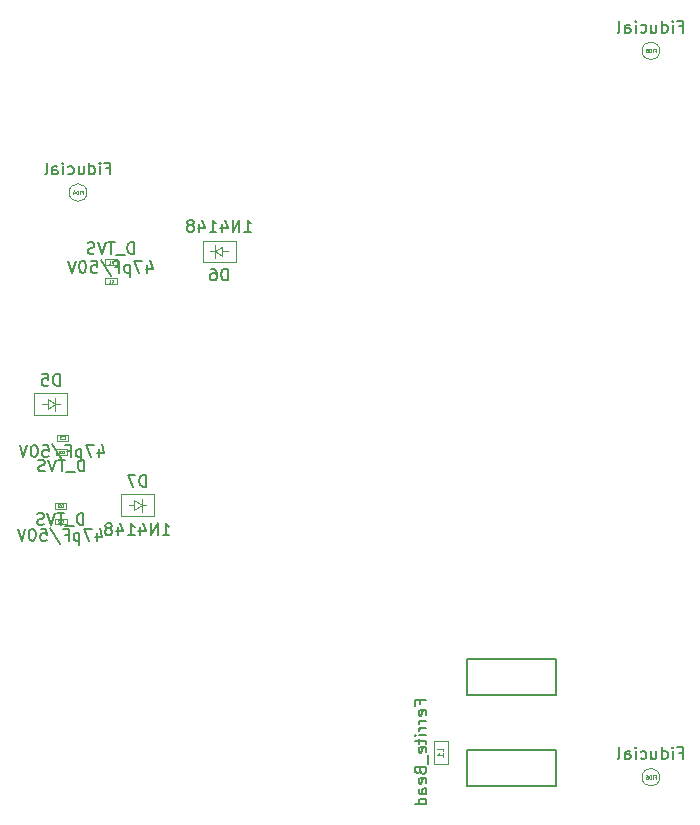
<source format=gbr>
G04 #@! TF.GenerationSoftware,KiCad,Pcbnew,5.1.6+dfsg1-1~bpo10+1*
G04 #@! TF.CreationDate,2021-03-28T20:23:35-04:00*
G04 #@! TF.ProjectId,RUSP_Daughterboard,52555350-5f44-4617-9567-68746572626f,rev?*
G04 #@! TF.SameCoordinates,Original*
G04 #@! TF.FileFunction,Other,Fab,Bot*
%FSLAX46Y46*%
G04 Gerber Fmt 4.6, Leading zero omitted, Abs format (unit mm)*
G04 Created by KiCad (PCBNEW 5.1.6+dfsg1-1~bpo10+1) date 2021-03-28 20:23:35*
%MOMM*%
%LPD*%
G01*
G04 APERTURE LIST*
%ADD10C,0.100000*%
%ADD11C,0.150000*%
%ADD12C,0.040000*%
%ADD13C,0.050000*%
%ADD14C,0.080000*%
G04 APERTURE END LIST*
D10*
X129800000Y-93750000D02*
X128800000Y-93750000D01*
X129800000Y-94250000D02*
X129800000Y-93750000D01*
X128800000Y-94250000D02*
X129800000Y-94250000D01*
X128800000Y-93750000D02*
X128800000Y-94250000D01*
X124525000Y-114600000D02*
X125525000Y-114600000D01*
X124525000Y-114100000D02*
X124525000Y-114600000D01*
X125525000Y-114100000D02*
X124525000Y-114100000D01*
X125525000Y-114600000D02*
X125525000Y-114100000D01*
X125690000Y-107500000D02*
X125690000Y-107000000D01*
X125690000Y-107000000D02*
X124690000Y-107000000D01*
X124690000Y-107000000D02*
X124690000Y-107500000D01*
X124690000Y-107500000D02*
X125690000Y-107500000D01*
X129800000Y-92150000D02*
X128800000Y-92150000D01*
X129800000Y-92650000D02*
X129800000Y-92150000D01*
X128800000Y-92650000D02*
X129800000Y-92650000D01*
X128800000Y-92150000D02*
X128800000Y-92650000D01*
X125515000Y-113275000D02*
X125515000Y-112775000D01*
X125515000Y-112775000D02*
X124515000Y-112775000D01*
X124515000Y-112775000D02*
X124515000Y-113275000D01*
X124515000Y-113275000D02*
X125515000Y-113275000D01*
X124600000Y-108725000D02*
X125600000Y-108725000D01*
X124600000Y-108225000D02*
X124600000Y-108725000D01*
X125600000Y-108225000D02*
X124600000Y-108225000D01*
X125600000Y-108725000D02*
X125600000Y-108225000D01*
X123950000Y-104400000D02*
X123450000Y-104400000D01*
X123950000Y-104800000D02*
X124550000Y-104400000D01*
X123950000Y-104000000D02*
X123950000Y-104800000D01*
X124550000Y-104400000D02*
X123950000Y-104000000D01*
X124550000Y-104400000D02*
X124550000Y-104950000D01*
X124550000Y-104400000D02*
X124550000Y-103850000D01*
X124950000Y-104400000D02*
X124550000Y-104400000D01*
X125600000Y-105300000D02*
X125600000Y-103500000D01*
X122800000Y-105300000D02*
X125600000Y-105300000D01*
X122800000Y-103500000D02*
X122800000Y-105300000D01*
X125600000Y-103500000D02*
X122800000Y-103500000D01*
X127250000Y-86500000D02*
G75*
G03*
X127250000Y-86500000I-750000J0D01*
G01*
X175750000Y-74500000D02*
G75*
G03*
X175750000Y-74500000I-750000J0D01*
G01*
X175750000Y-136000000D02*
G75*
G03*
X175750000Y-136000000I-750000J0D01*
G01*
D11*
X159450000Y-126000000D02*
X159450000Y-129000000D01*
X166950000Y-126000000D02*
X159450000Y-126000000D01*
X166950000Y-129000000D02*
X166950000Y-126000000D01*
X159450000Y-129000000D02*
X166950000Y-129000000D01*
X159450000Y-136700000D02*
X166950000Y-136700000D01*
X166950000Y-136700000D02*
X166950000Y-133700000D01*
X166950000Y-133700000D02*
X159450000Y-133700000D01*
X159450000Y-133700000D02*
X159450000Y-136700000D01*
D10*
X156600000Y-134900000D02*
X157800000Y-134900000D01*
X157800000Y-134900000D02*
X157800000Y-132900000D01*
X157800000Y-132900000D02*
X156600000Y-132900000D01*
X156600000Y-132900000D02*
X156600000Y-134900000D01*
X137050000Y-92375000D02*
X139850000Y-92375000D01*
X139850000Y-92375000D02*
X139850000Y-90575000D01*
X139850000Y-90575000D02*
X137050000Y-90575000D01*
X137050000Y-90575000D02*
X137050000Y-92375000D01*
X137700000Y-91475000D02*
X138100000Y-91475000D01*
X138100000Y-91475000D02*
X138100000Y-92025000D01*
X138100000Y-91475000D02*
X138100000Y-90925000D01*
X138100000Y-91475000D02*
X138700000Y-91875000D01*
X138700000Y-91875000D02*
X138700000Y-91075000D01*
X138700000Y-91075000D02*
X138100000Y-91475000D01*
X138700000Y-91475000D02*
X139200000Y-91475000D01*
X131275000Y-112950000D02*
X130775000Y-112950000D01*
X131275000Y-113350000D02*
X131875000Y-112950000D01*
X131275000Y-112550000D02*
X131275000Y-113350000D01*
X131875000Y-112950000D02*
X131275000Y-112550000D01*
X131875000Y-112950000D02*
X131875000Y-113500000D01*
X131875000Y-112950000D02*
X131875000Y-112400000D01*
X132275000Y-112950000D02*
X131875000Y-112950000D01*
X132925000Y-113850000D02*
X132925000Y-112050000D01*
X130125000Y-113850000D02*
X132925000Y-113850000D01*
X130125000Y-112050000D02*
X130125000Y-113850000D01*
X132925000Y-112050000D02*
X130125000Y-112050000D01*
D11*
X132371428Y-92615714D02*
X132371428Y-93282380D01*
X132609523Y-92234761D02*
X132847619Y-92949047D01*
X132228571Y-92949047D01*
X131942857Y-92282380D02*
X131276190Y-92282380D01*
X131704761Y-93282380D01*
X130895238Y-92615714D02*
X130895238Y-93615714D01*
X130895238Y-92663333D02*
X130800000Y-92615714D01*
X130609523Y-92615714D01*
X130514285Y-92663333D01*
X130466666Y-92710952D01*
X130419047Y-92806190D01*
X130419047Y-93091904D01*
X130466666Y-93187142D01*
X130514285Y-93234761D01*
X130609523Y-93282380D01*
X130800000Y-93282380D01*
X130895238Y-93234761D01*
X129657142Y-92758571D02*
X129990476Y-92758571D01*
X129990476Y-93282380D02*
X129990476Y-92282380D01*
X129514285Y-92282380D01*
X128419047Y-92234761D02*
X129276190Y-93520476D01*
X127609523Y-92282380D02*
X128085714Y-92282380D01*
X128133333Y-92758571D01*
X128085714Y-92710952D01*
X127990476Y-92663333D01*
X127752380Y-92663333D01*
X127657142Y-92710952D01*
X127609523Y-92758571D01*
X127561904Y-92853809D01*
X127561904Y-93091904D01*
X127609523Y-93187142D01*
X127657142Y-93234761D01*
X127752380Y-93282380D01*
X127990476Y-93282380D01*
X128085714Y-93234761D01*
X128133333Y-93187142D01*
X126942857Y-92282380D02*
X126847619Y-92282380D01*
X126752380Y-92330000D01*
X126704761Y-92377619D01*
X126657142Y-92472857D01*
X126609523Y-92663333D01*
X126609523Y-92901428D01*
X126657142Y-93091904D01*
X126704761Y-93187142D01*
X126752380Y-93234761D01*
X126847619Y-93282380D01*
X126942857Y-93282380D01*
X127038095Y-93234761D01*
X127085714Y-93187142D01*
X127133333Y-93091904D01*
X127180952Y-92901428D01*
X127180952Y-92663333D01*
X127133333Y-92472857D01*
X127085714Y-92377619D01*
X127038095Y-92330000D01*
X126942857Y-92282380D01*
X126323809Y-92282380D02*
X125990476Y-93282380D01*
X125657142Y-92282380D01*
D12*
X129341666Y-94089285D02*
X129353571Y-94101190D01*
X129389285Y-94113095D01*
X129413095Y-94113095D01*
X129448809Y-94101190D01*
X129472619Y-94077380D01*
X129484523Y-94053571D01*
X129496428Y-94005952D01*
X129496428Y-93970238D01*
X129484523Y-93922619D01*
X129472619Y-93898809D01*
X129448809Y-93875000D01*
X129413095Y-93863095D01*
X129389285Y-93863095D01*
X129353571Y-93875000D01*
X129341666Y-93886904D01*
X129103571Y-94113095D02*
X129246428Y-94113095D01*
X129175000Y-94113095D02*
X129175000Y-93863095D01*
X129198809Y-93898809D01*
X129222619Y-93922619D01*
X129246428Y-93934523D01*
D11*
X128096428Y-115305714D02*
X128096428Y-115972380D01*
X128334523Y-114924761D02*
X128572619Y-115639047D01*
X127953571Y-115639047D01*
X127667857Y-114972380D02*
X127001190Y-114972380D01*
X127429761Y-115972380D01*
X126620238Y-115305714D02*
X126620238Y-116305714D01*
X126620238Y-115353333D02*
X126525000Y-115305714D01*
X126334523Y-115305714D01*
X126239285Y-115353333D01*
X126191666Y-115400952D01*
X126144047Y-115496190D01*
X126144047Y-115781904D01*
X126191666Y-115877142D01*
X126239285Y-115924761D01*
X126334523Y-115972380D01*
X126525000Y-115972380D01*
X126620238Y-115924761D01*
X125382142Y-115448571D02*
X125715476Y-115448571D01*
X125715476Y-115972380D02*
X125715476Y-114972380D01*
X125239285Y-114972380D01*
X124144047Y-114924761D02*
X125001190Y-116210476D01*
X123334523Y-114972380D02*
X123810714Y-114972380D01*
X123858333Y-115448571D01*
X123810714Y-115400952D01*
X123715476Y-115353333D01*
X123477380Y-115353333D01*
X123382142Y-115400952D01*
X123334523Y-115448571D01*
X123286904Y-115543809D01*
X123286904Y-115781904D01*
X123334523Y-115877142D01*
X123382142Y-115924761D01*
X123477380Y-115972380D01*
X123715476Y-115972380D01*
X123810714Y-115924761D01*
X123858333Y-115877142D01*
X122667857Y-114972380D02*
X122572619Y-114972380D01*
X122477380Y-115020000D01*
X122429761Y-115067619D01*
X122382142Y-115162857D01*
X122334523Y-115353333D01*
X122334523Y-115591428D01*
X122382142Y-115781904D01*
X122429761Y-115877142D01*
X122477380Y-115924761D01*
X122572619Y-115972380D01*
X122667857Y-115972380D01*
X122763095Y-115924761D01*
X122810714Y-115877142D01*
X122858333Y-115781904D01*
X122905952Y-115591428D01*
X122905952Y-115353333D01*
X122858333Y-115162857D01*
X122810714Y-115067619D01*
X122763095Y-115020000D01*
X122667857Y-114972380D01*
X122048809Y-114972380D02*
X121715476Y-115972380D01*
X121382142Y-114972380D01*
D12*
X125066666Y-114439285D02*
X125078571Y-114451190D01*
X125114285Y-114463095D01*
X125138095Y-114463095D01*
X125173809Y-114451190D01*
X125197619Y-114427380D01*
X125209523Y-114403571D01*
X125221428Y-114355952D01*
X125221428Y-114320238D01*
X125209523Y-114272619D01*
X125197619Y-114248809D01*
X125173809Y-114225000D01*
X125138095Y-114213095D01*
X125114285Y-114213095D01*
X125078571Y-114225000D01*
X125066666Y-114236904D01*
X124971428Y-114236904D02*
X124959523Y-114225000D01*
X124935714Y-114213095D01*
X124876190Y-114213095D01*
X124852380Y-114225000D01*
X124840476Y-114236904D01*
X124828571Y-114260714D01*
X124828571Y-114284523D01*
X124840476Y-114320238D01*
X124983333Y-114463095D01*
X124828571Y-114463095D01*
D11*
X128261428Y-108205714D02*
X128261428Y-108872380D01*
X128499523Y-107824761D02*
X128737619Y-108539047D01*
X128118571Y-108539047D01*
X127832857Y-107872380D02*
X127166190Y-107872380D01*
X127594761Y-108872380D01*
X126785238Y-108205714D02*
X126785238Y-109205714D01*
X126785238Y-108253333D02*
X126690000Y-108205714D01*
X126499523Y-108205714D01*
X126404285Y-108253333D01*
X126356666Y-108300952D01*
X126309047Y-108396190D01*
X126309047Y-108681904D01*
X126356666Y-108777142D01*
X126404285Y-108824761D01*
X126499523Y-108872380D01*
X126690000Y-108872380D01*
X126785238Y-108824761D01*
X125547142Y-108348571D02*
X125880476Y-108348571D01*
X125880476Y-108872380D02*
X125880476Y-107872380D01*
X125404285Y-107872380D01*
X124309047Y-107824761D02*
X125166190Y-109110476D01*
X123499523Y-107872380D02*
X123975714Y-107872380D01*
X124023333Y-108348571D01*
X123975714Y-108300952D01*
X123880476Y-108253333D01*
X123642380Y-108253333D01*
X123547142Y-108300952D01*
X123499523Y-108348571D01*
X123451904Y-108443809D01*
X123451904Y-108681904D01*
X123499523Y-108777142D01*
X123547142Y-108824761D01*
X123642380Y-108872380D01*
X123880476Y-108872380D01*
X123975714Y-108824761D01*
X124023333Y-108777142D01*
X122832857Y-107872380D02*
X122737619Y-107872380D01*
X122642380Y-107920000D01*
X122594761Y-107967619D01*
X122547142Y-108062857D01*
X122499523Y-108253333D01*
X122499523Y-108491428D01*
X122547142Y-108681904D01*
X122594761Y-108777142D01*
X122642380Y-108824761D01*
X122737619Y-108872380D01*
X122832857Y-108872380D01*
X122928095Y-108824761D01*
X122975714Y-108777142D01*
X123023333Y-108681904D01*
X123070952Y-108491428D01*
X123070952Y-108253333D01*
X123023333Y-108062857D01*
X122975714Y-107967619D01*
X122928095Y-107920000D01*
X122832857Y-107872380D01*
X122213809Y-107872380D02*
X121880476Y-108872380D01*
X121547142Y-107872380D01*
D12*
X125231666Y-107339285D02*
X125243571Y-107351190D01*
X125279285Y-107363095D01*
X125303095Y-107363095D01*
X125338809Y-107351190D01*
X125362619Y-107327380D01*
X125374523Y-107303571D01*
X125386428Y-107255952D01*
X125386428Y-107220238D01*
X125374523Y-107172619D01*
X125362619Y-107148809D01*
X125338809Y-107125000D01*
X125303095Y-107113095D01*
X125279285Y-107113095D01*
X125243571Y-107125000D01*
X125231666Y-107136904D01*
X125148333Y-107113095D02*
X124993571Y-107113095D01*
X125076904Y-107208333D01*
X125041190Y-107208333D01*
X125017380Y-107220238D01*
X125005476Y-107232142D01*
X124993571Y-107255952D01*
X124993571Y-107315476D01*
X125005476Y-107339285D01*
X125017380Y-107351190D01*
X125041190Y-107363095D01*
X125112619Y-107363095D01*
X125136428Y-107351190D01*
X125148333Y-107339285D01*
D11*
X131228571Y-91682380D02*
X131228571Y-90682380D01*
X130990476Y-90682380D01*
X130847619Y-90730000D01*
X130752380Y-90825238D01*
X130704761Y-90920476D01*
X130657142Y-91110952D01*
X130657142Y-91253809D01*
X130704761Y-91444285D01*
X130752380Y-91539523D01*
X130847619Y-91634761D01*
X130990476Y-91682380D01*
X131228571Y-91682380D01*
X130466666Y-91777619D02*
X129704761Y-91777619D01*
X129609523Y-90682380D02*
X129038095Y-90682380D01*
X129323809Y-91682380D02*
X129323809Y-90682380D01*
X128847619Y-90682380D02*
X128514285Y-91682380D01*
X128180952Y-90682380D01*
X127895238Y-91634761D02*
X127752380Y-91682380D01*
X127514285Y-91682380D01*
X127419047Y-91634761D01*
X127371428Y-91587142D01*
X127323809Y-91491904D01*
X127323809Y-91396666D01*
X127371428Y-91301428D01*
X127419047Y-91253809D01*
X127514285Y-91206190D01*
X127704761Y-91158571D01*
X127800000Y-91110952D01*
X127847619Y-91063333D01*
X127895238Y-90968095D01*
X127895238Y-90872857D01*
X127847619Y-90777619D01*
X127800000Y-90730000D01*
X127704761Y-90682380D01*
X127466666Y-90682380D01*
X127323809Y-90730000D01*
D12*
X129484523Y-92513095D02*
X129484523Y-92263095D01*
X129425000Y-92263095D01*
X129389285Y-92275000D01*
X129365476Y-92298809D01*
X129353571Y-92322619D01*
X129341666Y-92370238D01*
X129341666Y-92405952D01*
X129353571Y-92453571D01*
X129365476Y-92477380D01*
X129389285Y-92501190D01*
X129425000Y-92513095D01*
X129484523Y-92513095D01*
X129103571Y-92513095D02*
X129246428Y-92513095D01*
X129175000Y-92513095D02*
X129175000Y-92263095D01*
X129198809Y-92298809D01*
X129222619Y-92322619D01*
X129246428Y-92334523D01*
D11*
X126943571Y-114647380D02*
X126943571Y-113647380D01*
X126705476Y-113647380D01*
X126562619Y-113695000D01*
X126467380Y-113790238D01*
X126419761Y-113885476D01*
X126372142Y-114075952D01*
X126372142Y-114218809D01*
X126419761Y-114409285D01*
X126467380Y-114504523D01*
X126562619Y-114599761D01*
X126705476Y-114647380D01*
X126943571Y-114647380D01*
X126181666Y-114742619D02*
X125419761Y-114742619D01*
X125324523Y-113647380D02*
X124753095Y-113647380D01*
X125038809Y-114647380D02*
X125038809Y-113647380D01*
X124562619Y-113647380D02*
X124229285Y-114647380D01*
X123895952Y-113647380D01*
X123610238Y-114599761D02*
X123467380Y-114647380D01*
X123229285Y-114647380D01*
X123134047Y-114599761D01*
X123086428Y-114552142D01*
X123038809Y-114456904D01*
X123038809Y-114361666D01*
X123086428Y-114266428D01*
X123134047Y-114218809D01*
X123229285Y-114171190D01*
X123419761Y-114123571D01*
X123515000Y-114075952D01*
X123562619Y-114028333D01*
X123610238Y-113933095D01*
X123610238Y-113837857D01*
X123562619Y-113742619D01*
X123515000Y-113695000D01*
X123419761Y-113647380D01*
X123181666Y-113647380D01*
X123038809Y-113695000D01*
D12*
X125199523Y-113138095D02*
X125199523Y-112888095D01*
X125140000Y-112888095D01*
X125104285Y-112900000D01*
X125080476Y-112923809D01*
X125068571Y-112947619D01*
X125056666Y-112995238D01*
X125056666Y-113030952D01*
X125068571Y-113078571D01*
X125080476Y-113102380D01*
X125104285Y-113126190D01*
X125140000Y-113138095D01*
X125199523Y-113138095D01*
X124961428Y-112911904D02*
X124949523Y-112900000D01*
X124925714Y-112888095D01*
X124866190Y-112888095D01*
X124842380Y-112900000D01*
X124830476Y-112911904D01*
X124818571Y-112935714D01*
X124818571Y-112959523D01*
X124830476Y-112995238D01*
X124973333Y-113138095D01*
X124818571Y-113138095D01*
D11*
X127028571Y-110097380D02*
X127028571Y-109097380D01*
X126790476Y-109097380D01*
X126647619Y-109145000D01*
X126552380Y-109240238D01*
X126504761Y-109335476D01*
X126457142Y-109525952D01*
X126457142Y-109668809D01*
X126504761Y-109859285D01*
X126552380Y-109954523D01*
X126647619Y-110049761D01*
X126790476Y-110097380D01*
X127028571Y-110097380D01*
X126266666Y-110192619D02*
X125504761Y-110192619D01*
X125409523Y-109097380D02*
X124838095Y-109097380D01*
X125123809Y-110097380D02*
X125123809Y-109097380D01*
X124647619Y-109097380D02*
X124314285Y-110097380D01*
X123980952Y-109097380D01*
X123695238Y-110049761D02*
X123552380Y-110097380D01*
X123314285Y-110097380D01*
X123219047Y-110049761D01*
X123171428Y-110002142D01*
X123123809Y-109906904D01*
X123123809Y-109811666D01*
X123171428Y-109716428D01*
X123219047Y-109668809D01*
X123314285Y-109621190D01*
X123504761Y-109573571D01*
X123600000Y-109525952D01*
X123647619Y-109478333D01*
X123695238Y-109383095D01*
X123695238Y-109287857D01*
X123647619Y-109192619D01*
X123600000Y-109145000D01*
X123504761Y-109097380D01*
X123266666Y-109097380D01*
X123123809Y-109145000D01*
D12*
X125284523Y-108588095D02*
X125284523Y-108338095D01*
X125225000Y-108338095D01*
X125189285Y-108350000D01*
X125165476Y-108373809D01*
X125153571Y-108397619D01*
X125141666Y-108445238D01*
X125141666Y-108480952D01*
X125153571Y-108528571D01*
X125165476Y-108552380D01*
X125189285Y-108576190D01*
X125225000Y-108588095D01*
X125284523Y-108588095D01*
X125058333Y-108338095D02*
X124903571Y-108338095D01*
X124986904Y-108433333D01*
X124951190Y-108433333D01*
X124927380Y-108445238D01*
X124915476Y-108457142D01*
X124903571Y-108480952D01*
X124903571Y-108540476D01*
X124915476Y-108564285D01*
X124927380Y-108576190D01*
X124951190Y-108588095D01*
X125022619Y-108588095D01*
X125046428Y-108576190D01*
X125058333Y-108564285D01*
D11*
X124938095Y-102852380D02*
X124938095Y-101852380D01*
X124700000Y-101852380D01*
X124557142Y-101900000D01*
X124461904Y-101995238D01*
X124414285Y-102090476D01*
X124366666Y-102280952D01*
X124366666Y-102423809D01*
X124414285Y-102614285D01*
X124461904Y-102709523D01*
X124557142Y-102804761D01*
X124700000Y-102852380D01*
X124938095Y-102852380D01*
X123461904Y-101852380D02*
X123938095Y-101852380D01*
X123985714Y-102328571D01*
X123938095Y-102280952D01*
X123842857Y-102233333D01*
X123604761Y-102233333D01*
X123509523Y-102280952D01*
X123461904Y-102328571D01*
X123414285Y-102423809D01*
X123414285Y-102661904D01*
X123461904Y-102757142D01*
X123509523Y-102804761D01*
X123604761Y-102852380D01*
X123842857Y-102852380D01*
X123938095Y-102804761D01*
X123985714Y-102757142D01*
X128880952Y-84428571D02*
X129214285Y-84428571D01*
X129214285Y-84952380D02*
X129214285Y-83952380D01*
X128738095Y-83952380D01*
X128357142Y-84952380D02*
X128357142Y-84285714D01*
X128357142Y-83952380D02*
X128404761Y-84000000D01*
X128357142Y-84047619D01*
X128309523Y-84000000D01*
X128357142Y-83952380D01*
X128357142Y-84047619D01*
X127452380Y-84952380D02*
X127452380Y-83952380D01*
X127452380Y-84904761D02*
X127547619Y-84952380D01*
X127738095Y-84952380D01*
X127833333Y-84904761D01*
X127880952Y-84857142D01*
X127928571Y-84761904D01*
X127928571Y-84476190D01*
X127880952Y-84380952D01*
X127833333Y-84333333D01*
X127738095Y-84285714D01*
X127547619Y-84285714D01*
X127452380Y-84333333D01*
X126547619Y-84285714D02*
X126547619Y-84952380D01*
X126976190Y-84285714D02*
X126976190Y-84809523D01*
X126928571Y-84904761D01*
X126833333Y-84952380D01*
X126690476Y-84952380D01*
X126595238Y-84904761D01*
X126547619Y-84857142D01*
X125642857Y-84904761D02*
X125738095Y-84952380D01*
X125928571Y-84952380D01*
X126023809Y-84904761D01*
X126071428Y-84857142D01*
X126119047Y-84761904D01*
X126119047Y-84476190D01*
X126071428Y-84380952D01*
X126023809Y-84333333D01*
X125928571Y-84285714D01*
X125738095Y-84285714D01*
X125642857Y-84333333D01*
X125214285Y-84952380D02*
X125214285Y-84285714D01*
X125214285Y-83952380D02*
X125261904Y-84000000D01*
X125214285Y-84047619D01*
X125166666Y-84000000D01*
X125214285Y-83952380D01*
X125214285Y-84047619D01*
X124309523Y-84952380D02*
X124309523Y-84428571D01*
X124357142Y-84333333D01*
X124452380Y-84285714D01*
X124642857Y-84285714D01*
X124738095Y-84333333D01*
X124309523Y-84904761D02*
X124404761Y-84952380D01*
X124642857Y-84952380D01*
X124738095Y-84904761D01*
X124785714Y-84809523D01*
X124785714Y-84714285D01*
X124738095Y-84619047D01*
X124642857Y-84571428D01*
X124404761Y-84571428D01*
X124309523Y-84523809D01*
X123690476Y-84952380D02*
X123785714Y-84904761D01*
X123833333Y-84809523D01*
X123833333Y-83952380D01*
D13*
X126821428Y-86478571D02*
X126921428Y-86478571D01*
X126921428Y-86635714D02*
X126921428Y-86335714D01*
X126778571Y-86335714D01*
X126664285Y-86635714D02*
X126664285Y-86335714D01*
X126521428Y-86635714D02*
X126521428Y-86335714D01*
X126450000Y-86335714D01*
X126407142Y-86350000D01*
X126378571Y-86378571D01*
X126364285Y-86407142D01*
X126350000Y-86464285D01*
X126350000Y-86507142D01*
X126364285Y-86564285D01*
X126378571Y-86592857D01*
X126407142Y-86621428D01*
X126450000Y-86635714D01*
X126521428Y-86635714D01*
X126092857Y-86435714D02*
X126092857Y-86635714D01*
X126164285Y-86321428D02*
X126235714Y-86535714D01*
X126050000Y-86535714D01*
D11*
X177380952Y-72428571D02*
X177714285Y-72428571D01*
X177714285Y-72952380D02*
X177714285Y-71952380D01*
X177238095Y-71952380D01*
X176857142Y-72952380D02*
X176857142Y-72285714D01*
X176857142Y-71952380D02*
X176904761Y-72000000D01*
X176857142Y-72047619D01*
X176809523Y-72000000D01*
X176857142Y-71952380D01*
X176857142Y-72047619D01*
X175952380Y-72952380D02*
X175952380Y-71952380D01*
X175952380Y-72904761D02*
X176047619Y-72952380D01*
X176238095Y-72952380D01*
X176333333Y-72904761D01*
X176380952Y-72857142D01*
X176428571Y-72761904D01*
X176428571Y-72476190D01*
X176380952Y-72380952D01*
X176333333Y-72333333D01*
X176238095Y-72285714D01*
X176047619Y-72285714D01*
X175952380Y-72333333D01*
X175047619Y-72285714D02*
X175047619Y-72952380D01*
X175476190Y-72285714D02*
X175476190Y-72809523D01*
X175428571Y-72904761D01*
X175333333Y-72952380D01*
X175190476Y-72952380D01*
X175095238Y-72904761D01*
X175047619Y-72857142D01*
X174142857Y-72904761D02*
X174238095Y-72952380D01*
X174428571Y-72952380D01*
X174523809Y-72904761D01*
X174571428Y-72857142D01*
X174619047Y-72761904D01*
X174619047Y-72476190D01*
X174571428Y-72380952D01*
X174523809Y-72333333D01*
X174428571Y-72285714D01*
X174238095Y-72285714D01*
X174142857Y-72333333D01*
X173714285Y-72952380D02*
X173714285Y-72285714D01*
X173714285Y-71952380D02*
X173761904Y-72000000D01*
X173714285Y-72047619D01*
X173666666Y-72000000D01*
X173714285Y-71952380D01*
X173714285Y-72047619D01*
X172809523Y-72952380D02*
X172809523Y-72428571D01*
X172857142Y-72333333D01*
X172952380Y-72285714D01*
X173142857Y-72285714D01*
X173238095Y-72333333D01*
X172809523Y-72904761D02*
X172904761Y-72952380D01*
X173142857Y-72952380D01*
X173238095Y-72904761D01*
X173285714Y-72809523D01*
X173285714Y-72714285D01*
X173238095Y-72619047D01*
X173142857Y-72571428D01*
X172904761Y-72571428D01*
X172809523Y-72523809D01*
X172190476Y-72952380D02*
X172285714Y-72904761D01*
X172333333Y-72809523D01*
X172333333Y-71952380D01*
D13*
X175321428Y-74478571D02*
X175421428Y-74478571D01*
X175421428Y-74635714D02*
X175421428Y-74335714D01*
X175278571Y-74335714D01*
X175164285Y-74635714D02*
X175164285Y-74335714D01*
X175021428Y-74635714D02*
X175021428Y-74335714D01*
X174950000Y-74335714D01*
X174907142Y-74350000D01*
X174878571Y-74378571D01*
X174864285Y-74407142D01*
X174850000Y-74464285D01*
X174850000Y-74507142D01*
X174864285Y-74564285D01*
X174878571Y-74592857D01*
X174907142Y-74621428D01*
X174950000Y-74635714D01*
X175021428Y-74635714D01*
X174578571Y-74335714D02*
X174721428Y-74335714D01*
X174735714Y-74478571D01*
X174721428Y-74464285D01*
X174692857Y-74450000D01*
X174621428Y-74450000D01*
X174592857Y-74464285D01*
X174578571Y-74478571D01*
X174564285Y-74507142D01*
X174564285Y-74578571D01*
X174578571Y-74607142D01*
X174592857Y-74621428D01*
X174621428Y-74635714D01*
X174692857Y-74635714D01*
X174721428Y-74621428D01*
X174735714Y-74607142D01*
D11*
X177380952Y-133928571D02*
X177714285Y-133928571D01*
X177714285Y-134452380D02*
X177714285Y-133452380D01*
X177238095Y-133452380D01*
X176857142Y-134452380D02*
X176857142Y-133785714D01*
X176857142Y-133452380D02*
X176904761Y-133500000D01*
X176857142Y-133547619D01*
X176809523Y-133500000D01*
X176857142Y-133452380D01*
X176857142Y-133547619D01*
X175952380Y-134452380D02*
X175952380Y-133452380D01*
X175952380Y-134404761D02*
X176047619Y-134452380D01*
X176238095Y-134452380D01*
X176333333Y-134404761D01*
X176380952Y-134357142D01*
X176428571Y-134261904D01*
X176428571Y-133976190D01*
X176380952Y-133880952D01*
X176333333Y-133833333D01*
X176238095Y-133785714D01*
X176047619Y-133785714D01*
X175952380Y-133833333D01*
X175047619Y-133785714D02*
X175047619Y-134452380D01*
X175476190Y-133785714D02*
X175476190Y-134309523D01*
X175428571Y-134404761D01*
X175333333Y-134452380D01*
X175190476Y-134452380D01*
X175095238Y-134404761D01*
X175047619Y-134357142D01*
X174142857Y-134404761D02*
X174238095Y-134452380D01*
X174428571Y-134452380D01*
X174523809Y-134404761D01*
X174571428Y-134357142D01*
X174619047Y-134261904D01*
X174619047Y-133976190D01*
X174571428Y-133880952D01*
X174523809Y-133833333D01*
X174428571Y-133785714D01*
X174238095Y-133785714D01*
X174142857Y-133833333D01*
X173714285Y-134452380D02*
X173714285Y-133785714D01*
X173714285Y-133452380D02*
X173761904Y-133500000D01*
X173714285Y-133547619D01*
X173666666Y-133500000D01*
X173714285Y-133452380D01*
X173714285Y-133547619D01*
X172809523Y-134452380D02*
X172809523Y-133928571D01*
X172857142Y-133833333D01*
X172952380Y-133785714D01*
X173142857Y-133785714D01*
X173238095Y-133833333D01*
X172809523Y-134404761D02*
X172904761Y-134452380D01*
X173142857Y-134452380D01*
X173238095Y-134404761D01*
X173285714Y-134309523D01*
X173285714Y-134214285D01*
X173238095Y-134119047D01*
X173142857Y-134071428D01*
X172904761Y-134071428D01*
X172809523Y-134023809D01*
X172190476Y-134452380D02*
X172285714Y-134404761D01*
X172333333Y-134309523D01*
X172333333Y-133452380D01*
D13*
X175321428Y-135978571D02*
X175421428Y-135978571D01*
X175421428Y-136135714D02*
X175421428Y-135835714D01*
X175278571Y-135835714D01*
X175164285Y-136135714D02*
X175164285Y-135835714D01*
X175021428Y-136135714D02*
X175021428Y-135835714D01*
X174950000Y-135835714D01*
X174907142Y-135850000D01*
X174878571Y-135878571D01*
X174864285Y-135907142D01*
X174850000Y-135964285D01*
X174850000Y-136007142D01*
X174864285Y-136064285D01*
X174878571Y-136092857D01*
X174907142Y-136121428D01*
X174950000Y-136135714D01*
X175021428Y-136135714D01*
X174592857Y-135835714D02*
X174650000Y-135835714D01*
X174678571Y-135850000D01*
X174692857Y-135864285D01*
X174721428Y-135907142D01*
X174735714Y-135964285D01*
X174735714Y-136078571D01*
X174721428Y-136107142D01*
X174707142Y-136121428D01*
X174678571Y-136135714D01*
X174621428Y-136135714D01*
X174592857Y-136121428D01*
X174578571Y-136107142D01*
X174564285Y-136078571D01*
X174564285Y-136007142D01*
X174578571Y-135978571D01*
X174592857Y-135964285D01*
X174621428Y-135950000D01*
X174678571Y-135950000D01*
X174707142Y-135964285D01*
X174721428Y-135978571D01*
X174735714Y-136007142D01*
D11*
X155478571Y-129828571D02*
X155478571Y-129495238D01*
X156002380Y-129495238D02*
X155002380Y-129495238D01*
X155002380Y-129971428D01*
X155954761Y-130733333D02*
X156002380Y-130638095D01*
X156002380Y-130447619D01*
X155954761Y-130352380D01*
X155859523Y-130304761D01*
X155478571Y-130304761D01*
X155383333Y-130352380D01*
X155335714Y-130447619D01*
X155335714Y-130638095D01*
X155383333Y-130733333D01*
X155478571Y-130780952D01*
X155573809Y-130780952D01*
X155669047Y-130304761D01*
X156002380Y-131209523D02*
X155335714Y-131209523D01*
X155526190Y-131209523D02*
X155430952Y-131257142D01*
X155383333Y-131304761D01*
X155335714Y-131400000D01*
X155335714Y-131495238D01*
X156002380Y-131828571D02*
X155335714Y-131828571D01*
X155526190Y-131828571D02*
X155430952Y-131876190D01*
X155383333Y-131923809D01*
X155335714Y-132019047D01*
X155335714Y-132114285D01*
X156002380Y-132447619D02*
X155335714Y-132447619D01*
X155002380Y-132447619D02*
X155050000Y-132400000D01*
X155097619Y-132447619D01*
X155050000Y-132495238D01*
X155002380Y-132447619D01*
X155097619Y-132447619D01*
X155335714Y-132780952D02*
X155335714Y-133161904D01*
X155002380Y-132923809D02*
X155859523Y-132923809D01*
X155954761Y-132971428D01*
X156002380Y-133066666D01*
X156002380Y-133161904D01*
X155954761Y-133876190D02*
X156002380Y-133780952D01*
X156002380Y-133590476D01*
X155954761Y-133495238D01*
X155859523Y-133447619D01*
X155478571Y-133447619D01*
X155383333Y-133495238D01*
X155335714Y-133590476D01*
X155335714Y-133780952D01*
X155383333Y-133876190D01*
X155478571Y-133923809D01*
X155573809Y-133923809D01*
X155669047Y-133447619D01*
X156097619Y-134114285D02*
X156097619Y-134876190D01*
X155478571Y-135447619D02*
X155526190Y-135590476D01*
X155573809Y-135638095D01*
X155669047Y-135685714D01*
X155811904Y-135685714D01*
X155907142Y-135638095D01*
X155954761Y-135590476D01*
X156002380Y-135495238D01*
X156002380Y-135114285D01*
X155002380Y-135114285D01*
X155002380Y-135447619D01*
X155050000Y-135542857D01*
X155097619Y-135590476D01*
X155192857Y-135638095D01*
X155288095Y-135638095D01*
X155383333Y-135590476D01*
X155430952Y-135542857D01*
X155478571Y-135447619D01*
X155478571Y-135114285D01*
X155954761Y-136495238D02*
X156002380Y-136400000D01*
X156002380Y-136209523D01*
X155954761Y-136114285D01*
X155859523Y-136066666D01*
X155478571Y-136066666D01*
X155383333Y-136114285D01*
X155335714Y-136209523D01*
X155335714Y-136400000D01*
X155383333Y-136495238D01*
X155478571Y-136542857D01*
X155573809Y-136542857D01*
X155669047Y-136066666D01*
X156002380Y-137400000D02*
X155478571Y-137400000D01*
X155383333Y-137352380D01*
X155335714Y-137257142D01*
X155335714Y-137066666D01*
X155383333Y-136971428D01*
X155954761Y-137400000D02*
X156002380Y-137304761D01*
X156002380Y-137066666D01*
X155954761Y-136971428D01*
X155859523Y-136923809D01*
X155764285Y-136923809D01*
X155669047Y-136971428D01*
X155621428Y-137066666D01*
X155621428Y-137304761D01*
X155573809Y-137400000D01*
X156002380Y-138304761D02*
X155002380Y-138304761D01*
X155954761Y-138304761D02*
X156002380Y-138209523D01*
X156002380Y-138019047D01*
X155954761Y-137923809D01*
X155907142Y-137876190D01*
X155811904Y-137828571D01*
X155526190Y-137828571D01*
X155430952Y-137876190D01*
X155383333Y-137923809D01*
X155335714Y-138019047D01*
X155335714Y-138209523D01*
X155383333Y-138304761D01*
D14*
X157426190Y-133816666D02*
X157426190Y-133578571D01*
X156926190Y-133578571D01*
X157426190Y-134245238D02*
X157426190Y-133959523D01*
X157426190Y-134102380D02*
X156926190Y-134102380D01*
X156997619Y-134054761D01*
X157045238Y-134007142D01*
X157069047Y-133959523D01*
D11*
X140592857Y-89827380D02*
X141164285Y-89827380D01*
X140878571Y-89827380D02*
X140878571Y-88827380D01*
X140973809Y-88970238D01*
X141069047Y-89065476D01*
X141164285Y-89113095D01*
X140164285Y-89827380D02*
X140164285Y-88827380D01*
X139592857Y-89827380D01*
X139592857Y-88827380D01*
X138688095Y-89160714D02*
X138688095Y-89827380D01*
X138926190Y-88779761D02*
X139164285Y-89494047D01*
X138545238Y-89494047D01*
X137640476Y-89827380D02*
X138211904Y-89827380D01*
X137926190Y-89827380D02*
X137926190Y-88827380D01*
X138021428Y-88970238D01*
X138116666Y-89065476D01*
X138211904Y-89113095D01*
X136783333Y-89160714D02*
X136783333Y-89827380D01*
X137021428Y-88779761D02*
X137259523Y-89494047D01*
X136640476Y-89494047D01*
X136116666Y-89255952D02*
X136211904Y-89208333D01*
X136259523Y-89160714D01*
X136307142Y-89065476D01*
X136307142Y-89017857D01*
X136259523Y-88922619D01*
X136211904Y-88875000D01*
X136116666Y-88827380D01*
X135926190Y-88827380D01*
X135830952Y-88875000D01*
X135783333Y-88922619D01*
X135735714Y-89017857D01*
X135735714Y-89065476D01*
X135783333Y-89160714D01*
X135830952Y-89208333D01*
X135926190Y-89255952D01*
X136116666Y-89255952D01*
X136211904Y-89303571D01*
X136259523Y-89351190D01*
X136307142Y-89446428D01*
X136307142Y-89636904D01*
X136259523Y-89732142D01*
X136211904Y-89779761D01*
X136116666Y-89827380D01*
X135926190Y-89827380D01*
X135830952Y-89779761D01*
X135783333Y-89732142D01*
X135735714Y-89636904D01*
X135735714Y-89446428D01*
X135783333Y-89351190D01*
X135830952Y-89303571D01*
X135926190Y-89255952D01*
X139188095Y-93927380D02*
X139188095Y-92927380D01*
X138950000Y-92927380D01*
X138807142Y-92975000D01*
X138711904Y-93070238D01*
X138664285Y-93165476D01*
X138616666Y-93355952D01*
X138616666Y-93498809D01*
X138664285Y-93689285D01*
X138711904Y-93784523D01*
X138807142Y-93879761D01*
X138950000Y-93927380D01*
X139188095Y-93927380D01*
X137759523Y-92927380D02*
X137950000Y-92927380D01*
X138045238Y-92975000D01*
X138092857Y-93022619D01*
X138188095Y-93165476D01*
X138235714Y-93355952D01*
X138235714Y-93736904D01*
X138188095Y-93832142D01*
X138140476Y-93879761D01*
X138045238Y-93927380D01*
X137854761Y-93927380D01*
X137759523Y-93879761D01*
X137711904Y-93832142D01*
X137664285Y-93736904D01*
X137664285Y-93498809D01*
X137711904Y-93403571D01*
X137759523Y-93355952D01*
X137854761Y-93308333D01*
X138045238Y-93308333D01*
X138140476Y-93355952D01*
X138188095Y-93403571D01*
X138235714Y-93498809D01*
X133667857Y-115502380D02*
X134239285Y-115502380D01*
X133953571Y-115502380D02*
X133953571Y-114502380D01*
X134048809Y-114645238D01*
X134144047Y-114740476D01*
X134239285Y-114788095D01*
X133239285Y-115502380D02*
X133239285Y-114502380D01*
X132667857Y-115502380D01*
X132667857Y-114502380D01*
X131763095Y-114835714D02*
X131763095Y-115502380D01*
X132001190Y-114454761D02*
X132239285Y-115169047D01*
X131620238Y-115169047D01*
X130715476Y-115502380D02*
X131286904Y-115502380D01*
X131001190Y-115502380D02*
X131001190Y-114502380D01*
X131096428Y-114645238D01*
X131191666Y-114740476D01*
X131286904Y-114788095D01*
X129858333Y-114835714D02*
X129858333Y-115502380D01*
X130096428Y-114454761D02*
X130334523Y-115169047D01*
X129715476Y-115169047D01*
X129191666Y-114930952D02*
X129286904Y-114883333D01*
X129334523Y-114835714D01*
X129382142Y-114740476D01*
X129382142Y-114692857D01*
X129334523Y-114597619D01*
X129286904Y-114550000D01*
X129191666Y-114502380D01*
X129001190Y-114502380D01*
X128905952Y-114550000D01*
X128858333Y-114597619D01*
X128810714Y-114692857D01*
X128810714Y-114740476D01*
X128858333Y-114835714D01*
X128905952Y-114883333D01*
X129001190Y-114930952D01*
X129191666Y-114930952D01*
X129286904Y-114978571D01*
X129334523Y-115026190D01*
X129382142Y-115121428D01*
X129382142Y-115311904D01*
X129334523Y-115407142D01*
X129286904Y-115454761D01*
X129191666Y-115502380D01*
X129001190Y-115502380D01*
X128905952Y-115454761D01*
X128858333Y-115407142D01*
X128810714Y-115311904D01*
X128810714Y-115121428D01*
X128858333Y-115026190D01*
X128905952Y-114978571D01*
X129001190Y-114930952D01*
X132263095Y-111402380D02*
X132263095Y-110402380D01*
X132025000Y-110402380D01*
X131882142Y-110450000D01*
X131786904Y-110545238D01*
X131739285Y-110640476D01*
X131691666Y-110830952D01*
X131691666Y-110973809D01*
X131739285Y-111164285D01*
X131786904Y-111259523D01*
X131882142Y-111354761D01*
X132025000Y-111402380D01*
X132263095Y-111402380D01*
X131358333Y-110402380D02*
X130691666Y-110402380D01*
X131120238Y-111402380D01*
M02*

</source>
